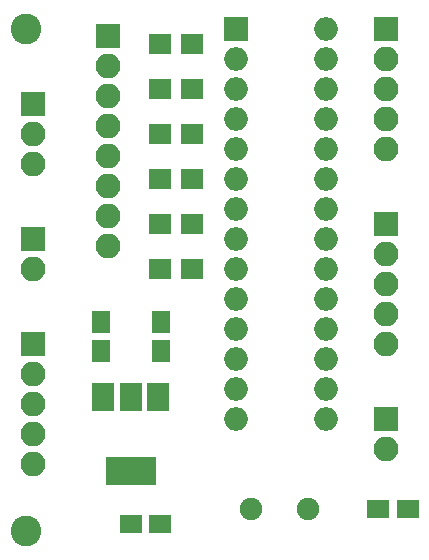
<source format=gbr>
G04 #@! TF.FileFunction,Soldermask,Top*
%FSLAX46Y46*%
G04 Gerber Fmt 4.6, Leading zero omitted, Abs format (unit mm)*
G04 Created by KiCad (PCBNEW 4.0.7) date 02/16/18 12:23:05*
%MOMM*%
%LPD*%
G01*
G04 APERTURE LIST*
%ADD10C,0.100000*%
%ADD11R,4.200000X2.400000*%
%ADD12R,1.900000X2.400000*%
%ADD13C,1.900000*%
%ADD14R,2.100000X2.100000*%
%ADD15O,2.100000X2.100000*%
%ADD16R,1.900000X1.650000*%
%ADD17R,1.650000X1.900000*%
%ADD18R,2.000000X2.000000*%
%ADD19O,2.000000X2.000000*%
%ADD20R,1.900000X1.700000*%
%ADD21C,2.600000*%
G04 APERTURE END LIST*
D10*
D11*
X114300000Y-135865000D03*
D12*
X114300000Y-129565000D03*
X112000000Y-129565000D03*
X116600000Y-129565000D03*
D13*
X124460000Y-139065000D03*
X129340000Y-139065000D03*
D14*
X106045000Y-104775000D03*
D15*
X106045000Y-107315000D03*
X106045000Y-109855000D03*
D16*
X114320000Y-140335000D03*
X116820000Y-140335000D03*
X135275000Y-139065000D03*
X137775000Y-139065000D03*
D17*
X111760000Y-125710000D03*
X111760000Y-123210000D03*
X116840000Y-125710000D03*
X116840000Y-123210000D03*
D14*
X112395000Y-99060000D03*
D15*
X112395000Y-101600000D03*
X112395000Y-104140000D03*
X112395000Y-106680000D03*
X112395000Y-109220000D03*
X112395000Y-111760000D03*
X112395000Y-114300000D03*
X112395000Y-116840000D03*
D18*
X123190000Y-98425000D03*
D19*
X130810000Y-131445000D03*
X123190000Y-100965000D03*
X130810000Y-128905000D03*
X123190000Y-103505000D03*
X130810000Y-126365000D03*
X123190000Y-106045000D03*
X130810000Y-123825000D03*
X123190000Y-108585000D03*
X130810000Y-121285000D03*
X123190000Y-111125000D03*
X130810000Y-118745000D03*
X123190000Y-113665000D03*
X130810000Y-116205000D03*
X123190000Y-116205000D03*
X130810000Y-113665000D03*
X123190000Y-118745000D03*
X130810000Y-111125000D03*
X123190000Y-121285000D03*
X130810000Y-108585000D03*
X123190000Y-123825000D03*
X130810000Y-106045000D03*
X123190000Y-126365000D03*
X130810000Y-103505000D03*
X123190000Y-128905000D03*
X130810000Y-100965000D03*
X123190000Y-131445000D03*
X130810000Y-98425000D03*
D14*
X106045000Y-116205000D03*
D15*
X106045000Y-118745000D03*
D20*
X119460000Y-118745000D03*
X116760000Y-118745000D03*
X116760000Y-99695000D03*
X119460000Y-99695000D03*
X116760000Y-107315000D03*
X119460000Y-107315000D03*
X116760000Y-114935000D03*
X119460000Y-114935000D03*
X116760000Y-103505000D03*
X119460000Y-103505000D03*
X116760000Y-111125000D03*
X119460000Y-111125000D03*
D14*
X135890000Y-131445000D03*
D15*
X135890000Y-133985000D03*
D14*
X135890000Y-98425000D03*
D15*
X135890000Y-100965000D03*
X135890000Y-103505000D03*
X135890000Y-106045000D03*
X135890000Y-108585000D03*
D14*
X135890000Y-114935000D03*
D15*
X135890000Y-117475000D03*
X135890000Y-120015000D03*
X135890000Y-122555000D03*
X135890000Y-125095000D03*
D14*
X106045000Y-125095000D03*
D15*
X106045000Y-127635000D03*
X106045000Y-130175000D03*
X106045000Y-132715000D03*
X106045000Y-135255000D03*
D21*
X105410000Y-98425000D03*
X105410000Y-140970000D03*
M02*

</source>
